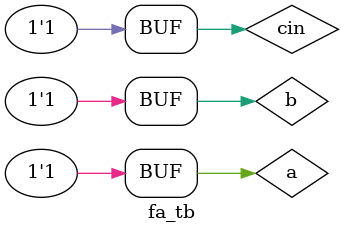
<source format=sv>
module fa_tb();
reg a,b,cin;
wire sum,cout;
fa i1(a,b,cin,sum,cout);
initial
begin
        a=1'b0; b=1'b0; cin=1'b0;
    #10 a=1'b0; b=1'b0; cin=1'b1;
    #10 a=1'b0; b=1'b1; cin=1'b0;
    #10 a=1'b0; b=1'b1; cin=1'b1;
    #10 a=1'b1; b=1'b0; cin=1'b0;
    #10 a=1'b1; b=1'b0; cin=1'b1;
    #10 a=1'b1; b=1'b1; cin=1'b0;
    #10 a=1'b1; b=1'b1; cin=1'b1;
end
endmodule

</source>
